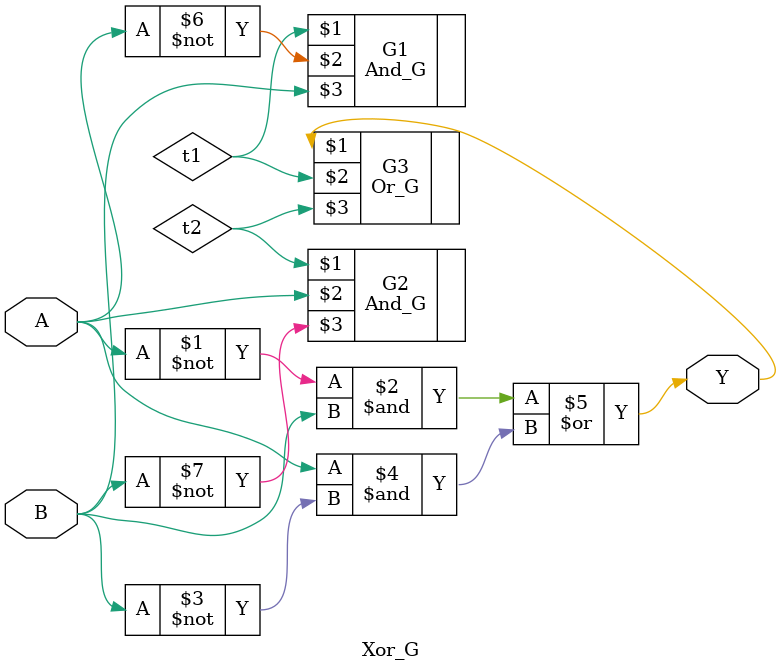
<source format=v>
module Xor_G(Y, A, B);
    input A, B;
    output Y;
    assign Y = ((~A)&B) | (A&(~B));

    //or can also be written using custom made gates

    wire t1, t2;
    And_G G1(t1, ~A, B); 
    And_G G2(t2, A, ~B);
    Or_G G3(Y, t1, t2);
endmodule
</source>
